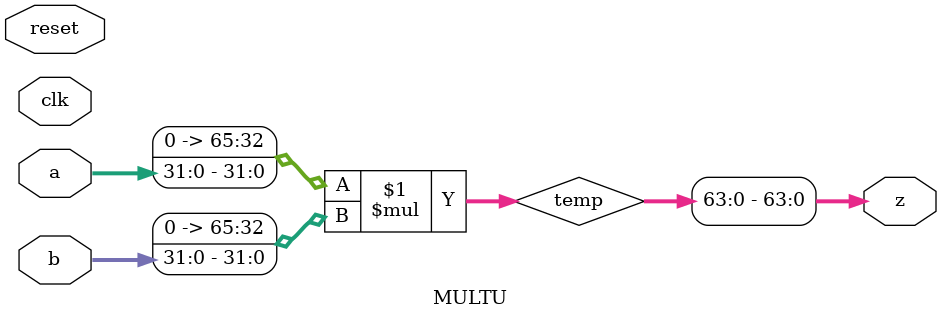
<source format=v>
`timescale 1ns / 1ps

module MULTU(
input clk, //³Ë·¨Æ÷Ê±ÖÓÐÅºÅ
input reset, //¸´Î»ÐÅºÅ£¬¸ßµçÆ½ÓÐÐ§
input [31:0] a, //ÊäÈëÊý a(±»³ËÊý)
input [31:0] b, //ÊäÈëÊý b£¨³ËÊý£©
output [63:0] z //³Ë»ýÊä³ö z
); 
 wire [65:0] temp;
   assign temp={1'b0,a}*{1'b0,b};
   assign z=temp[63:0];
//// ÉêÇë¼Ä´æÆ÷
// reg [63:0] temp;
// reg [63:0] stored0;
// reg [63:0] stored1;
// reg [63:0] stored2;
// reg [63:0] stored3;
// reg [63:0] stored4;
// reg [63:0] stored5; 
// reg [63:0] stored6;
// reg [63:0] stored7;
// reg [63:0] stored8;
// reg [63:0] stored9;
// reg [63:0] stored10;
// reg [63:0] stored11;
// reg [63:0] stored12;
// reg [63:0] stored13; 
// reg [63:0] stored14;
// reg [63:0] stored15;
// reg [63:0] stored16;
// reg [63:0] stored17;
// reg [63:0] stored18;
// reg [63:0] stored19;
// reg [63:0] stored20;
// reg [63:0] stored21; 
// reg [63:0] stored22;
// reg [63:0] stored23;
// reg [63:0] stored24;
// reg [63:0] stored25;
// reg [63:0] stored26;
// reg [63:0] stored27;
// reg [63:0] stored28;
// reg [63:0] stored29; 
// reg [63:0] stored30;
// reg [63:0] stored31;
 
//assign z = stored0+stored1+stored2+stored3+stored4+stored5+stored6+stored7
//   +stored8+stored9+stored10+stored11+stored12+stored13+stored14+stored15+
//   stored16+stored17+stored18+stored19+stored20+stored21+stored22+stored23+
//   stored24+stored25+stored26+stored27+stored28+stored29+stored30+stored31;

//always @(negedge clk or posedge reset)
// begin
// // reset ÖÃÁã
// if(reset) begin
// temp <= 0;
// stored0 <= 0;
// stored1 <= 0;
// stored2 <= 0;
// stored3 <= 0;
// stored4 <= 0;
// stored5 <= 0;
// stored6 <= 0;
// stored7 <= 0;
// stored8 <= 0;
// stored9 <= 0;
// stored10 <= 0;
// stored11 <= 0;
// stored12 <= 0;
// stored13 <= 0;
// stored14 <= 0;
// stored15 <= 0; 
// stored16 <= 0;
// stored17 <= 0;
// stored18 <= 0;
// stored19 <= 0;
// stored20 <= 0;
// stored21 <= 0;
// stored22 <= 0;
// stored23 <= 0; 
// stored24 <= 0;
// stored25 <= 0;
// stored26 <= 0;
// stored27 <= 0;
// stored28 <= 0;
// stored29 <= 0;
// stored30 <= 0;
// stored31 <= 0;
// end
// else begin
// //Í¨¹ý×Ö·ûÆ´½Ó·½Ê½±íÊ¾³öÖÐ¼äÏà³ËÖµ£¬²¢Ïà¼Ó
// stored0 <= b[0]? {32'b0, a} : 64'b0;
// stored1 <= b[1]? {31'b0, a, 1'b0} :64'b0;
// stored2 <= b[2]? {30'b0, a, 2'b0} :64'b0;
// stored3 <= b[3]? {29'b0, a, 3'b0} :64'b0;
// stored4 <= b[4]? {28'b0, a, 4'b0} :64'b0;
// stored5 <= b[5]? {27'b0, a, 5'b0} :64'b0;
// stored6 <= b[6]? {26'b0, a, 6'b0} :64'b0; 
// stored7 <= b[7]? {25'b0, a, 7'b0} :64'b0;
// stored8 <= b[8]? {24'b0, a, 8'b0} :64'b0;
// stored9 <= b[9]? {23'b0, a, 9'b0} :64'b0;
// stored10 <= b[10]? {22'b0, a, 10'b0} :64'b0;
// stored11 <= b[11]? {21'b0, a, 11'b0} :64'b0;
// stored12 <= b[12]? {20'b0, a, 12'b0} :64'b0;
// stored13 <= b[13]? {19'b0, a, 13'b0} :64'b0;
// stored14 <= b[14]? {18'b0, a, 14'b0} :64'b0; 
// stored15 <= b[15]? {17'b0, a, 15'b0} :64'b0;
// stored16 <= b[16]? {16'b0, a, 16'b0} :64'b0;
// stored17 <= b[17]? {15'b0, a, 17'b0} :64'b0;
// stored18 <= b[18]? {14'b0, a, 18'b0} :64'b0;
// stored19 <= b[19]? {13'b0, a, 19'b0} :64'b0;
// stored20 <= b[20]? {12'b0, a, 20'b0} :64'b0;
// stored21 <= b[21]? {11'b0, a, 21'b0} :64'b0;
// stored22 <= b[22]? {10'b0, a, 22'b0} :64'b0; 
// stored23 <= b[23]? {9'b0, a, 23'b0} :64'b0;
// stored24 <= b[24]? {8'b0, a, 24'b0} :64'b0;
// stored25 <= b[25]? {7'b0, a, 25'b0} :64'b0;
// stored26 <= b[26]? {6'b0, a, 26'b0} :64'b0;
// stored27 <= b[27]? {5'b0, a, 27'b0} :64'b0;
// stored28 <= b[28]? {4'b0, a, 28'b0} :64'b0;
// stored29 <= b[29]? {3'b0, a, 29'b0} :64'b0;
// stored30 <= b[30]? {2'b0, a, 30'b0} :64'b0; 
// stored31 <= b[31]? {1'b0, a, 31'b0} :64'b0;
  
// end
// end
  
endmodule

</source>
